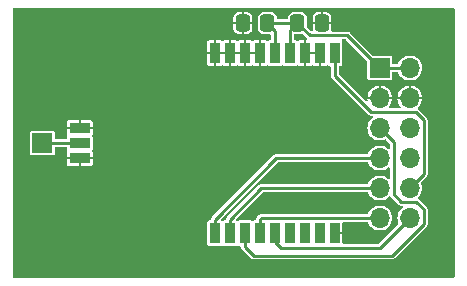
<source format=gbr>
%TF.GenerationSoftware,KiCad,Pcbnew,7.0.1*%
%TF.CreationDate,2023-04-28T09:36:00+02:00*%
%TF.ProjectId,RC_STLP2_ANT,52435f53-544c-4503-925f-414e542e6b69,rev?*%
%TF.SameCoordinates,Original*%
%TF.FileFunction,Copper,L1,Top*%
%TF.FilePolarity,Positive*%
%FSLAX46Y46*%
G04 Gerber Fmt 4.6, Leading zero omitted, Abs format (unit mm)*
G04 Created by KiCad (PCBNEW 7.0.1) date 2023-04-28 09:36:00*
%MOMM*%
%LPD*%
G01*
G04 APERTURE LIST*
G04 Aperture macros list*
%AMRoundRect*
0 Rectangle with rounded corners*
0 $1 Rounding radius*
0 $2 $3 $4 $5 $6 $7 $8 $9 X,Y pos of 4 corners*
0 Add a 4 corners polygon primitive as box body*
4,1,4,$2,$3,$4,$5,$6,$7,$8,$9,$2,$3,0*
0 Add four circle primitives for the rounded corners*
1,1,$1+$1,$2,$3*
1,1,$1+$1,$4,$5*
1,1,$1+$1,$6,$7*
1,1,$1+$1,$8,$9*
0 Add four rect primitives between the rounded corners*
20,1,$1+$1,$2,$3,$4,$5,0*
20,1,$1+$1,$4,$5,$6,$7,0*
20,1,$1+$1,$6,$7,$8,$9,0*
20,1,$1+$1,$8,$9,$2,$3,0*%
G04 Aperture macros list end*
%TA.AperFunction,ComponentPad*%
%ADD10R,1.700000X1.700000*%
%TD*%
%TA.AperFunction,ComponentPad*%
%ADD11O,1.700000X1.700000*%
%TD*%
%TA.AperFunction,SMDPad,CuDef*%
%ADD12R,0.900000X1.800000*%
%TD*%
%TA.AperFunction,SMDPad,CuDef*%
%ADD13R,1.800000X0.900000*%
%TD*%
%TA.AperFunction,SMDPad,CuDef*%
%ADD14RoundRect,0.250000X0.337500X0.475000X-0.337500X0.475000X-0.337500X-0.475000X0.337500X-0.475000X0*%
%TD*%
%TA.AperFunction,SMDPad,CuDef*%
%ADD15RoundRect,0.250000X-0.337500X-0.475000X0.337500X-0.475000X0.337500X0.475000X-0.337500X0.475000X0*%
%TD*%
%TA.AperFunction,ViaPad*%
%ADD16C,0.800000*%
%TD*%
%TA.AperFunction,Conductor*%
%ADD17C,0.250000*%
%TD*%
G04 APERTURE END LIST*
D10*
%TO.P,J1,1,Pin_1*%
%TO.N,VCC*%
X149860000Y-43180000D03*
D11*
%TO.P,J1,2,Pin_2*%
X152400000Y-43180000D03*
%TO.P,J1,3,Pin_3*%
%TO.N,GND*%
X149860000Y-45720000D03*
%TO.P,J1,4,Pin_4*%
X152400000Y-45720000D03*
%TO.P,J1,5,Pin_5*%
%TO.N,SCK*%
X149860000Y-48260000D03*
%TO.P,J1,6,Pin_6*%
%TO.N,unconnected-(J1-Pin_6-Pad6)*%
X152400000Y-48260000D03*
%TO.P,J1,7,Pin_7*%
%TO.N,MISO*%
X149860000Y-50800000D03*
%TO.P,J1,8,Pin_8*%
%TO.N,unconnected-(J1-Pin_8-Pad8)*%
X152400000Y-50800000D03*
%TO.P,J1,9,Pin_9*%
%TO.N,MOSI*%
X149860000Y-53340000D03*
%TO.P,J1,10,Pin_10*%
%TO.N,nRESET*%
X152400000Y-53340000D03*
%TO.P,J1,11,Pin_11*%
%TO.N,nCS*%
X149860000Y-55880000D03*
%TO.P,J1,12,Pin_12*%
%TO.N,IRQ*%
X152400000Y-55880000D03*
%TD*%
D12*
%TO.P,U1,1,MISO*%
%TO.N,MISO*%
X135890000Y-57160000D03*
%TO.P,U1,2,MOSI*%
%TO.N,MOSI*%
X137160000Y-57160000D03*
%TO.P,U1,3,SCLK*%
%TO.N,SCK*%
X138430000Y-57160000D03*
%TO.P,U1,4,~{CS}*%
%TO.N,nCS*%
X139700000Y-57160000D03*
%TO.P,U1,5,GPIO0*%
%TO.N,IRQ*%
X140970000Y-57160000D03*
%TO.P,U1,6,GPIO1*%
%TO.N,unconnected-(U1-GPIO1-Pad6)*%
X142240000Y-57160000D03*
%TO.P,U1,7,GPIO2*%
%TO.N,unconnected-(U1-GPIO2-Pad7)*%
X143510000Y-57160000D03*
%TO.P,U1,8,GPIO3*%
%TO.N,unconnected-(U1-GPIO3-Pad8)*%
X144780000Y-57160000D03*
%TO.P,U1,9,GND*%
%TO.N,GND*%
X146050000Y-57160000D03*
%TO.P,U1,10,SDN*%
%TO.N,nRESET*%
X146050000Y-41910000D03*
%TO.P,U1,11,GND*%
%TO.N,GND*%
X144780000Y-41910000D03*
%TO.P,U1,12,GND*%
X143510000Y-41910000D03*
%TO.P,U1,13,VCC*%
%TO.N,VCC*%
X142240000Y-41910000D03*
%TO.P,U1,14,VCC*%
X140970000Y-41910000D03*
%TO.P,U1,15,GND*%
%TO.N,GND*%
X139700000Y-41910000D03*
%TO.P,U1,16,GND*%
X138430000Y-41910000D03*
%TO.P,U1,17,GND*%
X137160000Y-41910000D03*
%TO.P,U1,18,GND*%
X135890000Y-41910000D03*
D13*
%TO.P,U1,19,GND*%
X124460000Y-48260000D03*
%TO.P,U1,20,ANT*%
%TO.N,Net-(J2-Pin_1)*%
X124460000Y-49530000D03*
%TO.P,U1,21,GND*%
%TO.N,GND*%
X124460000Y-50800000D03*
%TD*%
D14*
%TO.P,C1,1*%
%TO.N,VCC*%
X140335000Y-39370000D03*
%TO.P,C1,2*%
%TO.N,GND*%
X138260000Y-39370000D03*
%TD*%
D15*
%TO.P,C2,1*%
%TO.N,VCC*%
X142875000Y-39370000D03*
%TO.P,C2,2*%
%TO.N,GND*%
X144950000Y-39370000D03*
%TD*%
D10*
%TO.P,J2,1,Pin_1*%
%TO.N,Net-(J2-Pin_1)*%
X121285000Y-49530000D03*
%TD*%
D16*
%TO.N,GND*%
X147320000Y-42545000D03*
X146050000Y-52070000D03*
X146050000Y-54610000D03*
X146050000Y-57150000D03*
%TD*%
D17*
%TO.N,nRESET*%
X152886701Y-46895000D02*
X149130000Y-46895000D01*
X153575000Y-52165000D02*
X153575000Y-47583299D01*
X146050000Y-43815000D02*
X146050000Y-41910000D01*
X149130000Y-46895000D02*
X146050000Y-43815000D01*
X152400000Y-53340000D02*
X153575000Y-52165000D01*
X153575000Y-47583299D02*
X152886701Y-46895000D01*
%TO.N,nCS*%
X139830000Y-55880000D02*
X139700000Y-56010000D01*
X139700000Y-56010000D02*
X139700000Y-57160000D01*
X149860000Y-55880000D02*
X139830000Y-55880000D01*
%TO.N,SCK*%
X153575000Y-55150000D02*
X152940000Y-54515000D01*
X138430000Y-58310000D02*
X139175000Y-59055000D01*
X151035000Y-53880000D02*
X151035000Y-49435000D01*
X151670000Y-54515000D02*
X151035000Y-53880000D01*
X152940000Y-54515000D02*
X151670000Y-54515000D01*
X138430000Y-57160000D02*
X138430000Y-58310000D01*
X151035000Y-49435000D02*
X149860000Y-48260000D01*
X150886701Y-59055000D02*
X153575000Y-56366701D01*
X153575000Y-56366701D02*
X153575000Y-55150000D01*
X139175000Y-59055000D02*
X150886701Y-59055000D01*
%TO.N,MOSI*%
X137160000Y-57160000D02*
X137160000Y-56010000D01*
X137160000Y-56010000D02*
X139830000Y-53340000D01*
X139830000Y-53340000D02*
X149860000Y-53340000D01*
%TO.N,MISO*%
X141100000Y-50800000D02*
X149860000Y-50800000D01*
X135890000Y-56010000D02*
X141100000Y-50800000D01*
X135890000Y-57160000D02*
X135890000Y-56010000D01*
%TO.N,VCC*%
X142240000Y-41910000D02*
X142240000Y-40005000D01*
X140970000Y-40005000D02*
X140335000Y-39370000D01*
X140970000Y-41910000D02*
X140970000Y-40005000D01*
X149860000Y-43180000D02*
X147100000Y-40420000D01*
X143925000Y-40420000D02*
X142875000Y-39370000D01*
X152400000Y-43180000D02*
X149860000Y-43180000D01*
X142240000Y-40005000D02*
X142875000Y-39370000D01*
X142875000Y-39370000D02*
X140335000Y-39370000D01*
X147100000Y-40420000D02*
X143925000Y-40420000D01*
%TO.N,Net-(J2-Pin_1)*%
X124460000Y-49530000D02*
X121285000Y-49530000D01*
%TO.N,IRQ*%
X140970000Y-57890000D02*
X141465000Y-58385000D01*
X149895000Y-58385000D02*
X152400000Y-55880000D01*
X141465000Y-58385000D02*
X149895000Y-58385000D01*
X140970000Y-57160000D02*
X140970000Y-57890000D01*
%TD*%
%TA.AperFunction,Conductor*%
%TO.N,GND*%
G36*
X148828405Y-53674325D02*
G01*
X148861979Y-53699226D01*
X148882284Y-53735765D01*
X148884767Y-53743954D01*
X148959967Y-53884641D01*
X148982315Y-53926450D01*
X149113590Y-54086410D01*
X149273550Y-54217685D01*
X149456046Y-54315232D01*
X149654066Y-54375300D01*
X149860000Y-54395583D01*
X150065934Y-54375300D01*
X150263954Y-54315232D01*
X150446450Y-54217685D01*
X150606410Y-54086410D01*
X150616578Y-54074019D01*
X150654473Y-54045673D01*
X150701196Y-54038155D01*
X150746071Y-54053183D01*
X150778842Y-54087322D01*
X150781806Y-54092455D01*
X150811583Y-54117441D01*
X150817938Y-54123264D01*
X151426730Y-54732056D01*
X151432564Y-54738423D01*
X151457545Y-54768194D01*
X151491215Y-54787633D01*
X151498477Y-54792260D01*
X151530316Y-54814554D01*
X151531765Y-54814942D01*
X151531768Y-54814943D01*
X151555650Y-54824834D01*
X151556955Y-54825588D01*
X151590732Y-54831543D01*
X151595220Y-54832335D01*
X151603647Y-54834203D01*
X151641193Y-54844264D01*
X151679909Y-54840876D01*
X151688537Y-54840500D01*
X151734035Y-54840500D01*
X151791040Y-54858559D01*
X151827248Y-54906148D01*
X151829449Y-54965904D01*
X151796840Y-55016028D01*
X151653590Y-55133590D01*
X151522315Y-55293549D01*
X151424767Y-55476047D01*
X151364699Y-55674066D01*
X151344416Y-55880000D01*
X151364699Y-56085933D01*
X151424767Y-56283955D01*
X151428804Y-56291507D01*
X151440280Y-56331700D01*
X151434146Y-56373046D01*
X151411496Y-56408176D01*
X149789170Y-58030504D01*
X149757052Y-58051964D01*
X149719166Y-58059500D01*
X146799000Y-58059500D01*
X146749500Y-58046237D01*
X146713263Y-58010000D01*
X146700000Y-57960500D01*
X146700000Y-57260001D01*
X146699999Y-57260000D01*
X146049000Y-57260000D01*
X145999500Y-57246737D01*
X145963263Y-57210500D01*
X145950000Y-57161000D01*
X145950000Y-57159000D01*
X145963263Y-57109500D01*
X145999500Y-57073263D01*
X146049000Y-57060000D01*
X146699999Y-57060000D01*
X146700000Y-57059999D01*
X146700000Y-56304500D01*
X146713263Y-56255000D01*
X146749500Y-56218763D01*
X146799000Y-56205500D01*
X148787546Y-56205500D01*
X148828405Y-56214325D01*
X148861979Y-56239226D01*
X148882284Y-56275765D01*
X148884767Y-56283954D01*
X148964461Y-56433048D01*
X148982315Y-56466450D01*
X149113590Y-56626410D01*
X149273550Y-56757685D01*
X149456046Y-56855232D01*
X149654066Y-56915300D01*
X149860000Y-56935583D01*
X150065934Y-56915300D01*
X150263954Y-56855232D01*
X150446450Y-56757685D01*
X150606410Y-56626410D01*
X150737685Y-56466450D01*
X150835232Y-56283954D01*
X150895300Y-56085934D01*
X150915583Y-55880000D01*
X150895300Y-55674066D01*
X150835232Y-55476046D01*
X150737685Y-55293550D01*
X150606410Y-55133590D01*
X150446450Y-55002315D01*
X150263954Y-54904768D01*
X150263953Y-54904767D01*
X150263952Y-54904767D01*
X150065933Y-54844699D01*
X149860000Y-54824416D01*
X149654066Y-54844699D01*
X149456047Y-54904767D01*
X149273549Y-55002315D01*
X149113590Y-55133590D01*
X148982315Y-55293549D01*
X148884767Y-55476045D01*
X148882284Y-55484235D01*
X148861979Y-55520774D01*
X148828405Y-55545675D01*
X148787546Y-55554500D01*
X139848534Y-55554500D01*
X139839906Y-55554123D01*
X139836050Y-55553785D01*
X139801191Y-55550735D01*
X139763649Y-55560794D01*
X139755223Y-55562662D01*
X139716956Y-55569410D01*
X139715645Y-55570168D01*
X139691780Y-55580053D01*
X139690318Y-55580444D01*
X139658484Y-55602734D01*
X139651204Y-55607371D01*
X139617544Y-55626805D01*
X139592569Y-55656569D01*
X139586736Y-55662936D01*
X139482940Y-55766732D01*
X139476574Y-55772565D01*
X139446804Y-55797545D01*
X139427371Y-55831204D01*
X139422734Y-55838484D01*
X139400444Y-55870318D01*
X139400053Y-55871780D01*
X139390168Y-55895645D01*
X139389410Y-55896956D01*
X139382662Y-55935223D01*
X139380794Y-55943648D01*
X139369415Y-55986120D01*
X139349628Y-56024134D01*
X139315628Y-56050224D01*
X139273788Y-56059500D01*
X139230252Y-56059500D01*
X139201010Y-56065316D01*
X139171768Y-56071133D01*
X139120001Y-56105723D01*
X139065000Y-56122407D01*
X139009999Y-56105723D01*
X138958231Y-56071133D01*
X138899748Y-56059500D01*
X137960252Y-56059500D01*
X137931010Y-56065316D01*
X137901768Y-56071133D01*
X137850001Y-56105723D01*
X137795001Y-56122407D01*
X137740001Y-56105724D01*
X137718249Y-56091190D01*
X137711181Y-56086468D01*
X137674718Y-56042039D01*
X137669083Y-55984839D01*
X137696175Y-55934150D01*
X139935830Y-53694496D01*
X139967949Y-53673036D01*
X140005835Y-53665500D01*
X148787546Y-53665500D01*
X148828405Y-53674325D01*
G37*
%TD.AperFunction*%
%TA.AperFunction,Conductor*%
G36*
X148828405Y-51134325D02*
G01*
X148861979Y-51159226D01*
X148882284Y-51195765D01*
X148884767Y-51203954D01*
X148973817Y-51370551D01*
X148982315Y-51386450D01*
X149113590Y-51546410D01*
X149273550Y-51677685D01*
X149456046Y-51775232D01*
X149654065Y-51835299D01*
X149654066Y-51835300D01*
X149859999Y-51855583D01*
X149859999Y-51855582D01*
X149860000Y-51855583D01*
X150065934Y-51835300D01*
X150263954Y-51775232D01*
X150446450Y-51677685D01*
X150547694Y-51594596D01*
X150598381Y-51572869D01*
X150652828Y-51581629D01*
X150694141Y-51618159D01*
X150709500Y-51671124D01*
X150709500Y-52468876D01*
X150694141Y-52521841D01*
X150652828Y-52558371D01*
X150598381Y-52567131D01*
X150547695Y-52545404D01*
X150446450Y-52462315D01*
X150334420Y-52402433D01*
X150263954Y-52364768D01*
X150263953Y-52364767D01*
X150263952Y-52364767D01*
X150065933Y-52304699D01*
X149860000Y-52284416D01*
X149654066Y-52304699D01*
X149456047Y-52364767D01*
X149273549Y-52462315D01*
X149113590Y-52593590D01*
X148982315Y-52753549D01*
X148884767Y-52936045D01*
X148882284Y-52944235D01*
X148861979Y-52980774D01*
X148828405Y-53005675D01*
X148787546Y-53014500D01*
X139848526Y-53014500D01*
X139839898Y-53014123D01*
X139837971Y-53013954D01*
X139801193Y-53010736D01*
X139763656Y-53020794D01*
X139755227Y-53022663D01*
X139716954Y-53029412D01*
X139715645Y-53030168D01*
X139691780Y-53040053D01*
X139690318Y-53040444D01*
X139658484Y-53062734D01*
X139651205Y-53067371D01*
X139617543Y-53086806D01*
X139592573Y-53116564D01*
X139586741Y-53122930D01*
X136942940Y-55766732D01*
X136936574Y-55772565D01*
X136906804Y-55797545D01*
X136887371Y-55831204D01*
X136882734Y-55838484D01*
X136860444Y-55870318D01*
X136860053Y-55871780D01*
X136850168Y-55895645D01*
X136849410Y-55896956D01*
X136842662Y-55935223D01*
X136840794Y-55943648D01*
X136829415Y-55986120D01*
X136809628Y-56024134D01*
X136775628Y-56050224D01*
X136733788Y-56059500D01*
X136690252Y-56059500D01*
X136661010Y-56065316D01*
X136631768Y-56071133D01*
X136580001Y-56105723D01*
X136525001Y-56122407D01*
X136470001Y-56105724D01*
X136448249Y-56091190D01*
X136441181Y-56086468D01*
X136404718Y-56042039D01*
X136399083Y-55984839D01*
X136426175Y-55934150D01*
X141205830Y-51154495D01*
X141237948Y-51133036D01*
X141275834Y-51125500D01*
X148787546Y-51125500D01*
X148828405Y-51134325D01*
G37*
%TD.AperFunction*%
%TA.AperFunction,Conductor*%
G36*
X156135000Y-38138763D02*
G01*
X156171237Y-38175000D01*
X156184500Y-38224500D01*
X156184500Y-60835500D01*
X156171237Y-60885000D01*
X156135000Y-60921237D01*
X156085500Y-60934500D01*
X118869500Y-60934500D01*
X118820000Y-60921237D01*
X118783763Y-60885000D01*
X118770500Y-60835500D01*
X118770500Y-58079747D01*
X135239500Y-58079747D01*
X135251133Y-58138231D01*
X135295447Y-58204552D01*
X135309999Y-58214275D01*
X135361769Y-58248867D01*
X135420252Y-58260500D01*
X136359747Y-58260500D01*
X136359748Y-58260500D01*
X136418231Y-58248867D01*
X136469997Y-58214277D01*
X136525000Y-58197592D01*
X136580002Y-58214277D01*
X136631769Y-58248867D01*
X136690252Y-58260500D01*
X137629747Y-58260500D01*
X137629748Y-58260500D01*
X137688231Y-58248867D01*
X137739997Y-58214277D01*
X137795000Y-58197592D01*
X137850002Y-58214277D01*
X137901769Y-58248867D01*
X137960252Y-58260500D01*
X138003788Y-58260500D01*
X138045627Y-58269776D01*
X138079627Y-58295864D01*
X138099415Y-58333878D01*
X138110795Y-58376350D01*
X138112663Y-58384778D01*
X138119411Y-58423042D01*
X138119412Y-58423045D01*
X138120166Y-58424352D01*
X138130055Y-58448225D01*
X138130446Y-58449685D01*
X138152732Y-58481514D01*
X138157370Y-58488794D01*
X138176803Y-58522452D01*
X138176805Y-58522454D01*
X138176806Y-58522455D01*
X138206583Y-58547441D01*
X138212938Y-58553264D01*
X138931730Y-59272056D01*
X138937564Y-59278423D01*
X138962545Y-59308194D01*
X138996215Y-59327633D01*
X139003477Y-59332260D01*
X139035316Y-59354554D01*
X139036761Y-59354941D01*
X139036768Y-59354943D01*
X139060650Y-59364834D01*
X139061955Y-59365588D01*
X139061956Y-59365588D01*
X139061958Y-59365589D01*
X139087029Y-59370008D01*
X139100228Y-59372336D01*
X139108638Y-59374199D01*
X139146193Y-59384263D01*
X139146193Y-59384262D01*
X139146194Y-59384263D01*
X139168978Y-59382269D01*
X139184897Y-59380876D01*
X139193525Y-59380500D01*
X150868167Y-59380500D01*
X150876794Y-59380876D01*
X150890058Y-59382037D01*
X150915506Y-59384264D01*
X150915506Y-59384263D01*
X150915508Y-59384264D01*
X150953060Y-59374201D01*
X150961478Y-59372335D01*
X150999746Y-59365588D01*
X151001047Y-59364836D01*
X151024933Y-59354942D01*
X151026385Y-59354554D01*
X151058230Y-59332254D01*
X151065486Y-59327632D01*
X151099156Y-59308194D01*
X151124143Y-59278414D01*
X151129955Y-59272070D01*
X153792066Y-56609959D01*
X153798410Y-56604145D01*
X153828194Y-56579156D01*
X153847632Y-56545486D01*
X153852254Y-56538230D01*
X153874554Y-56506385D01*
X153874942Y-56504933D01*
X153884838Y-56481044D01*
X153885588Y-56479746D01*
X153892335Y-56441478D01*
X153894201Y-56433060D01*
X153904264Y-56395508D01*
X153900876Y-56356794D01*
X153900500Y-56348167D01*
X153900500Y-55168534D01*
X153900877Y-55159904D01*
X153904264Y-55121193D01*
X153894205Y-55083655D01*
X153892335Y-55075220D01*
X153891543Y-55070732D01*
X153885588Y-55036955D01*
X153884834Y-55035650D01*
X153874943Y-55011768D01*
X153874942Y-55011765D01*
X153874554Y-55010316D01*
X153852260Y-54978477D01*
X153847633Y-54971215D01*
X153828194Y-54937545D01*
X153798428Y-54912568D01*
X153792060Y-54906734D01*
X153183268Y-54297942D01*
X153177434Y-54291574D01*
X153152456Y-54261806D01*
X153147323Y-54258843D01*
X153113183Y-54226071D01*
X153098155Y-54181196D01*
X153105673Y-54134473D01*
X153134020Y-54096578D01*
X153146410Y-54086410D01*
X153277685Y-53926450D01*
X153375232Y-53743954D01*
X153435300Y-53545934D01*
X153455583Y-53340000D01*
X153435300Y-53134066D01*
X153375232Y-52936046D01*
X153371196Y-52928495D01*
X153359718Y-52888301D01*
X153365851Y-52846953D01*
X153388500Y-52811824D01*
X153792066Y-52408258D01*
X153798410Y-52402444D01*
X153828194Y-52377455D01*
X153847632Y-52343785D01*
X153852254Y-52336529D01*
X153874554Y-52304684D01*
X153874942Y-52303232D01*
X153884838Y-52279343D01*
X153885588Y-52278045D01*
X153892335Y-52239777D01*
X153894201Y-52231359D01*
X153904264Y-52193807D01*
X153900876Y-52155093D01*
X153900500Y-52146466D01*
X153900500Y-47601833D01*
X153900877Y-47593203D01*
X153904264Y-47554492D01*
X153894205Y-47516954D01*
X153892335Y-47508519D01*
X153891543Y-47504031D01*
X153885588Y-47470254D01*
X153884834Y-47468949D01*
X153874943Y-47445067D01*
X153874942Y-47445064D01*
X153874554Y-47443615D01*
X153852260Y-47411776D01*
X153847633Y-47404514D01*
X153828194Y-47370844D01*
X153798428Y-47345867D01*
X153792060Y-47340033D01*
X153129969Y-46677942D01*
X153124134Y-46671573D01*
X153095282Y-46637188D01*
X153073563Y-46590389D01*
X153078341Y-46539016D01*
X153108317Y-46497024D01*
X153146055Y-46466053D01*
X153277269Y-46306170D01*
X153374768Y-46123763D01*
X153434808Y-45925835D01*
X153445232Y-45820000D01*
X151354767Y-45820000D01*
X151365191Y-45925835D01*
X151425231Y-46123763D01*
X151522730Y-46306170D01*
X151606050Y-46407695D01*
X151627777Y-46458381D01*
X151619017Y-46512828D01*
X151582487Y-46554140D01*
X151529522Y-46569500D01*
X150730478Y-46569500D01*
X150677513Y-46554140D01*
X150640983Y-46512828D01*
X150632223Y-46458381D01*
X150653950Y-46407695D01*
X150737269Y-46306170D01*
X150834768Y-46123763D01*
X150894808Y-45925835D01*
X150905232Y-45820000D01*
X148814767Y-45820000D01*
X148820361Y-45876801D01*
X148807976Y-45935301D01*
X148764166Y-45975999D01*
X148704913Y-45984046D01*
X148651834Y-45956508D01*
X148315325Y-45619999D01*
X148814767Y-45619999D01*
X148814768Y-45620000D01*
X149759999Y-45620000D01*
X149760000Y-45619999D01*
X149760000Y-44674768D01*
X149759999Y-44674767D01*
X149960000Y-44674767D01*
X149960000Y-45619999D01*
X149960001Y-45620000D01*
X150905232Y-45620000D01*
X150905232Y-45619999D01*
X151354767Y-45619999D01*
X151354768Y-45620000D01*
X152299999Y-45620000D01*
X152300000Y-45619999D01*
X152300000Y-44674768D01*
X152299999Y-44674767D01*
X152500000Y-44674767D01*
X152500000Y-45619999D01*
X152500001Y-45620000D01*
X153445232Y-45620000D01*
X153445232Y-45619999D01*
X153434808Y-45514164D01*
X153374768Y-45316236D01*
X153277269Y-45133829D01*
X153146054Y-44973945D01*
X152986170Y-44842730D01*
X152803763Y-44745231D01*
X152605835Y-44685191D01*
X152500000Y-44674767D01*
X152299999Y-44674767D01*
X152194164Y-44685191D01*
X151996236Y-44745231D01*
X151813829Y-44842730D01*
X151653945Y-44973945D01*
X151522730Y-45133829D01*
X151425231Y-45316236D01*
X151365191Y-45514164D01*
X151354767Y-45619999D01*
X150905232Y-45619999D01*
X150894808Y-45514164D01*
X150834768Y-45316236D01*
X150737269Y-45133829D01*
X150606054Y-44973945D01*
X150446170Y-44842730D01*
X150263763Y-44745231D01*
X150065835Y-44685191D01*
X149960000Y-44674767D01*
X149759999Y-44674767D01*
X149654164Y-44685191D01*
X149456236Y-44745231D01*
X149273829Y-44842730D01*
X149113945Y-44973945D01*
X148982730Y-45133829D01*
X148885231Y-45316236D01*
X148825191Y-45514164D01*
X148814767Y-45619999D01*
X148315325Y-45619999D01*
X146404496Y-43709170D01*
X146383036Y-43677052D01*
X146375500Y-43639166D01*
X146375500Y-43109500D01*
X146388763Y-43060000D01*
X146425000Y-43023763D01*
X146474500Y-43010500D01*
X146519747Y-43010500D01*
X146519748Y-43010500D01*
X146578231Y-42998867D01*
X146644552Y-42954552D01*
X146688867Y-42888231D01*
X146700500Y-42829748D01*
X146700500Y-40990252D01*
X146688867Y-40931769D01*
X146667307Y-40899502D01*
X146650741Y-40849358D01*
X146662312Y-40797832D01*
X146698726Y-40759585D01*
X146749622Y-40745500D01*
X146924166Y-40745500D01*
X146962052Y-40753036D01*
X146994170Y-40774496D01*
X148780504Y-42560831D01*
X148801964Y-42592949D01*
X148809500Y-42630835D01*
X148809500Y-44049748D01*
X148811079Y-44057684D01*
X148821133Y-44108231D01*
X148865447Y-44174552D01*
X148909762Y-44204162D01*
X148931769Y-44218867D01*
X148990252Y-44230500D01*
X150729747Y-44230500D01*
X150729748Y-44230500D01*
X150788231Y-44218867D01*
X150854552Y-44174552D01*
X150898867Y-44108231D01*
X150910500Y-44049748D01*
X150910500Y-43604500D01*
X150923763Y-43555000D01*
X150960000Y-43518763D01*
X151009500Y-43505500D01*
X151327546Y-43505500D01*
X151368405Y-43514325D01*
X151401979Y-43539226D01*
X151422284Y-43575765D01*
X151424767Y-43583954D01*
X151474530Y-43677052D01*
X151522315Y-43766450D01*
X151653590Y-43926410D01*
X151813550Y-44057685D01*
X151996046Y-44155232D01*
X152194066Y-44215300D01*
X152400000Y-44235583D01*
X152605934Y-44215300D01*
X152803954Y-44155232D01*
X152986450Y-44057685D01*
X153146410Y-43926410D01*
X153277685Y-43766450D01*
X153375232Y-43583954D01*
X153435300Y-43385934D01*
X153455583Y-43180000D01*
X153438888Y-43010500D01*
X153435300Y-42974066D01*
X153411018Y-42894018D01*
X153375232Y-42776046D01*
X153277685Y-42593550D01*
X153146410Y-42433590D01*
X152986450Y-42302315D01*
X152803954Y-42204768D01*
X152803953Y-42204767D01*
X152803952Y-42204767D01*
X152605933Y-42144699D01*
X152400000Y-42124416D01*
X152194066Y-42144699D01*
X151996047Y-42204767D01*
X151813549Y-42302315D01*
X151653590Y-42433590D01*
X151522315Y-42593549D01*
X151424767Y-42776045D01*
X151422284Y-42784235D01*
X151401979Y-42820774D01*
X151368405Y-42845675D01*
X151327546Y-42854500D01*
X151009500Y-42854500D01*
X150960000Y-42841237D01*
X150923763Y-42805000D01*
X150910500Y-42755500D01*
X150910500Y-42310253D01*
X150908921Y-42302315D01*
X150898867Y-42251769D01*
X150884162Y-42229762D01*
X150854552Y-42185447D01*
X150788231Y-42141133D01*
X150788230Y-42141132D01*
X150729748Y-42129500D01*
X150729747Y-42129500D01*
X149310835Y-42129500D01*
X149272949Y-42121964D01*
X149240831Y-42100504D01*
X147343268Y-40202942D01*
X147337434Y-40196574D01*
X147316201Y-40171271D01*
X147312455Y-40166806D01*
X147312454Y-40166805D01*
X147278794Y-40147370D01*
X147271514Y-40142732D01*
X147239685Y-40120446D01*
X147238225Y-40120055D01*
X147214352Y-40110166D01*
X147213045Y-40109412D01*
X147213043Y-40109411D01*
X147213042Y-40109411D01*
X147174778Y-40102663D01*
X147166350Y-40100795D01*
X147128807Y-40090735D01*
X147093330Y-40093839D01*
X147090093Y-40094123D01*
X147081466Y-40094500D01*
X145816477Y-40094500D01*
X145771038Y-40083456D01*
X145735737Y-40052789D01*
X145718449Y-40009340D01*
X145723032Y-39962803D01*
X145734649Y-39929601D01*
X145737500Y-39899208D01*
X145737500Y-39470001D01*
X145737499Y-39470000D01*
X144162502Y-39470000D01*
X144162501Y-39470001D01*
X144162501Y-39899200D01*
X144165351Y-39929604D01*
X144167649Y-39936172D01*
X144171192Y-39988728D01*
X144147277Y-40035662D01*
X144102676Y-40063686D01*
X144050014Y-40064868D01*
X144004200Y-40038873D01*
X143691996Y-39726669D01*
X143670536Y-39694551D01*
X143663000Y-39656665D01*
X143663000Y-39269999D01*
X144162500Y-39269999D01*
X144162501Y-39270000D01*
X144849999Y-39270000D01*
X144850000Y-39269999D01*
X145050000Y-39269999D01*
X145050001Y-39270000D01*
X145737498Y-39270000D01*
X145737499Y-39269999D01*
X145737499Y-38840800D01*
X145734648Y-38810395D01*
X145689845Y-38682354D01*
X145609291Y-38573208D01*
X145500145Y-38492654D01*
X145372101Y-38447850D01*
X145341708Y-38445000D01*
X145050001Y-38445000D01*
X145050000Y-38445001D01*
X145050000Y-39269999D01*
X144850000Y-39269999D01*
X144850000Y-38445002D01*
X144849999Y-38445001D01*
X144558300Y-38445001D01*
X144527895Y-38447851D01*
X144399854Y-38492654D01*
X144290708Y-38573208D01*
X144210154Y-38682354D01*
X144165350Y-38810398D01*
X144162500Y-38840792D01*
X144162500Y-39269999D01*
X143663000Y-39269999D01*
X143663000Y-38840730D01*
X143660146Y-38810304D01*
X143660146Y-38810301D01*
X143615293Y-38682118D01*
X143534650Y-38572850D01*
X143425382Y-38492207D01*
X143297199Y-38447354D01*
X143297197Y-38447353D01*
X143297195Y-38447353D01*
X143266770Y-38444500D01*
X143266766Y-38444500D01*
X142483234Y-38444500D01*
X142483230Y-38444500D01*
X142452804Y-38447353D01*
X142452801Y-38447353D01*
X142452801Y-38447354D01*
X142324618Y-38492207D01*
X142324617Y-38492207D01*
X142324616Y-38492208D01*
X142324012Y-38492654D01*
X142215350Y-38572850D01*
X142134707Y-38682118D01*
X142089854Y-38810301D01*
X142089853Y-38810304D01*
X142087000Y-38840730D01*
X142087000Y-38945500D01*
X142073737Y-38995000D01*
X142037500Y-39031237D01*
X141988000Y-39044500D01*
X141222000Y-39044500D01*
X141172500Y-39031237D01*
X141136263Y-38995000D01*
X141123000Y-38945500D01*
X141123000Y-38840730D01*
X141120146Y-38810304D01*
X141120146Y-38810301D01*
X141075293Y-38682118D01*
X140994650Y-38572850D01*
X140885382Y-38492207D01*
X140757199Y-38447354D01*
X140757197Y-38447353D01*
X140757195Y-38447353D01*
X140726770Y-38444500D01*
X140726766Y-38444500D01*
X139943234Y-38444500D01*
X139943230Y-38444500D01*
X139912804Y-38447353D01*
X139912801Y-38447353D01*
X139912801Y-38447354D01*
X139784618Y-38492207D01*
X139784617Y-38492207D01*
X139784616Y-38492208D01*
X139784012Y-38492654D01*
X139675350Y-38572850D01*
X139594707Y-38682118D01*
X139549854Y-38810301D01*
X139549853Y-38810304D01*
X139547000Y-38840730D01*
X139547000Y-39899270D01*
X139549853Y-39929695D01*
X139549853Y-39929697D01*
X139549854Y-39929699D01*
X139594707Y-40057882D01*
X139675350Y-40167150D01*
X139784618Y-40247793D01*
X139912801Y-40292646D01*
X139925843Y-40293869D01*
X139943230Y-40295500D01*
X139943234Y-40295500D01*
X140545500Y-40295500D01*
X140595000Y-40308763D01*
X140631237Y-40345000D01*
X140644500Y-40394500D01*
X140644500Y-40710500D01*
X140631237Y-40760000D01*
X140595000Y-40796237D01*
X140545500Y-40809500D01*
X140500252Y-40809500D01*
X140471010Y-40815316D01*
X140441768Y-40821133D01*
X140389551Y-40856024D01*
X140334550Y-40872708D01*
X140279549Y-40856023D01*
X140228038Y-40821604D01*
X140169697Y-40810000D01*
X139800001Y-40810000D01*
X139800000Y-40810001D01*
X139800000Y-43009999D01*
X139800001Y-43010000D01*
X140169697Y-43010000D01*
X140228036Y-42998395D01*
X140279548Y-42963976D01*
X140334550Y-42947291D01*
X140389551Y-42963975D01*
X140441769Y-42998867D01*
X140500252Y-43010500D01*
X141439747Y-43010500D01*
X141439748Y-43010500D01*
X141498231Y-42998867D01*
X141549997Y-42964277D01*
X141605000Y-42947592D01*
X141660002Y-42964277D01*
X141711769Y-42998867D01*
X141770252Y-43010500D01*
X142709747Y-43010500D01*
X142709748Y-43010500D01*
X142768231Y-42998867D01*
X142820450Y-42963974D01*
X142875448Y-42947291D01*
X142930451Y-42963976D01*
X142981963Y-42998395D01*
X143040303Y-43010000D01*
X143409999Y-43010000D01*
X143410000Y-43009999D01*
X143610000Y-43009999D01*
X143610001Y-43010000D01*
X143979697Y-43010000D01*
X144038036Y-42998395D01*
X144089998Y-42963676D01*
X144145000Y-42946991D01*
X144200002Y-42963676D01*
X144251963Y-42998395D01*
X144310303Y-43010000D01*
X144679999Y-43010000D01*
X144680000Y-43009999D01*
X144680000Y-42010001D01*
X144679999Y-42010000D01*
X143610001Y-42010000D01*
X143610000Y-42010001D01*
X143610000Y-43009999D01*
X143410000Y-43009999D01*
X143410000Y-40810001D01*
X143409999Y-40810000D01*
X143040303Y-40810000D01*
X142981963Y-40821604D01*
X142930450Y-40856024D01*
X142875448Y-40872708D01*
X142820447Y-40856023D01*
X142768231Y-40821133D01*
X142709748Y-40809500D01*
X142709747Y-40809500D01*
X142664500Y-40809500D01*
X142615000Y-40796237D01*
X142578763Y-40760000D01*
X142565500Y-40710500D01*
X142565500Y-40394500D01*
X142578763Y-40345000D01*
X142615000Y-40308763D01*
X142664500Y-40295500D01*
X143266770Y-40295500D01*
X143287539Y-40293552D01*
X143330353Y-40298984D01*
X143366788Y-40322115D01*
X143681741Y-40637068D01*
X143687575Y-40643436D01*
X143690871Y-40647364D01*
X143713186Y-40698078D01*
X143704758Y-40752839D01*
X143668226Y-40794496D01*
X143615033Y-40810000D01*
X143610001Y-40810000D01*
X143610000Y-40810001D01*
X143610000Y-41809999D01*
X143610001Y-41810000D01*
X144781000Y-41810000D01*
X144830500Y-41823263D01*
X144866737Y-41859500D01*
X144880000Y-41909000D01*
X144880000Y-43009999D01*
X144880001Y-43010000D01*
X145249697Y-43010000D01*
X145308036Y-42998395D01*
X145359548Y-42963976D01*
X145414550Y-42947291D01*
X145469551Y-42963975D01*
X145521769Y-42998867D01*
X145580252Y-43010500D01*
X145625500Y-43010500D01*
X145675000Y-43023763D01*
X145711237Y-43060000D01*
X145724500Y-43109500D01*
X145724500Y-43796466D01*
X145724123Y-43805096D01*
X145720735Y-43843807D01*
X145730795Y-43881350D01*
X145732663Y-43889778D01*
X145739411Y-43928042D01*
X145739412Y-43928045D01*
X145740166Y-43929352D01*
X145750055Y-43953225D01*
X145750446Y-43954685D01*
X145772732Y-43986514D01*
X145777370Y-43993794D01*
X145796803Y-44027452D01*
X145796805Y-44027454D01*
X145796806Y-44027455D01*
X145826583Y-44052441D01*
X145832938Y-44058264D01*
X148886730Y-47112056D01*
X148892564Y-47118423D01*
X148917545Y-47148194D01*
X148951215Y-47167633D01*
X148958477Y-47172260D01*
X148990316Y-47194554D01*
X148991765Y-47194942D01*
X148991768Y-47194943D01*
X149015650Y-47204834D01*
X149016955Y-47205588D01*
X149050732Y-47211543D01*
X149055220Y-47212335D01*
X149063647Y-47214203D01*
X149101193Y-47224264D01*
X149139909Y-47220876D01*
X149148537Y-47220500D01*
X149194035Y-47220500D01*
X149251040Y-47238559D01*
X149287248Y-47286148D01*
X149289449Y-47345904D01*
X149256840Y-47396028D01*
X149113590Y-47513590D01*
X148982315Y-47673549D01*
X148884767Y-47856047D01*
X148824699Y-48054066D01*
X148804416Y-48259999D01*
X148824699Y-48465933D01*
X148883645Y-48660252D01*
X148884768Y-48663954D01*
X148982315Y-48846450D01*
X149113590Y-49006410D01*
X149273550Y-49137685D01*
X149456046Y-49235232D01*
X149654066Y-49295300D01*
X149860000Y-49315583D01*
X150065934Y-49295300D01*
X150263954Y-49235232D01*
X150271503Y-49231196D01*
X150311693Y-49219718D01*
X150353043Y-49225851D01*
X150388176Y-49248502D01*
X150680504Y-49540830D01*
X150701964Y-49572948D01*
X150709500Y-49610834D01*
X150709500Y-49928876D01*
X150694141Y-49981841D01*
X150652828Y-50018371D01*
X150598381Y-50027131D01*
X150547695Y-50005404D01*
X150446450Y-49922315D01*
X150263952Y-49824767D01*
X150065933Y-49764699D01*
X149859999Y-49744416D01*
X149654066Y-49764699D01*
X149456047Y-49824767D01*
X149273549Y-49922315D01*
X149113590Y-50053590D01*
X148982315Y-50213549D01*
X148884767Y-50396045D01*
X148882284Y-50404235D01*
X148861979Y-50440774D01*
X148828405Y-50465675D01*
X148787546Y-50474500D01*
X141118534Y-50474500D01*
X141109906Y-50474123D01*
X141106050Y-50473785D01*
X141071191Y-50470735D01*
X141033649Y-50480794D01*
X141025223Y-50482662D01*
X140986956Y-50489410D01*
X140985645Y-50490168D01*
X140961780Y-50500053D01*
X140960318Y-50500444D01*
X140928484Y-50522734D01*
X140921204Y-50527371D01*
X140887544Y-50546805D01*
X140862569Y-50576569D01*
X140856736Y-50582936D01*
X135672940Y-55766732D01*
X135666574Y-55772565D01*
X135636804Y-55797545D01*
X135617371Y-55831204D01*
X135612734Y-55838484D01*
X135590444Y-55870318D01*
X135590053Y-55871780D01*
X135580168Y-55895645D01*
X135579410Y-55896956D01*
X135572662Y-55935223D01*
X135570794Y-55943648D01*
X135559415Y-55986120D01*
X135539628Y-56024134D01*
X135505628Y-56050224D01*
X135463788Y-56059500D01*
X135420252Y-56059500D01*
X135391010Y-56065316D01*
X135361768Y-56071133D01*
X135295447Y-56115447D01*
X135251133Y-56181768D01*
X135239500Y-56240253D01*
X135239500Y-58079747D01*
X118770500Y-58079747D01*
X118770500Y-51269697D01*
X123360000Y-51269697D01*
X123371604Y-51328036D01*
X123415807Y-51394192D01*
X123481963Y-51438395D01*
X123540303Y-51450000D01*
X124359999Y-51450000D01*
X124360000Y-51449999D01*
X124560000Y-51449999D01*
X124560001Y-51450000D01*
X125379697Y-51450000D01*
X125438036Y-51438395D01*
X125504192Y-51394192D01*
X125548395Y-51328036D01*
X125560000Y-51269697D01*
X125560000Y-50900001D01*
X125559999Y-50900000D01*
X124560001Y-50900000D01*
X124560000Y-50900001D01*
X124560000Y-51449999D01*
X124360000Y-51449999D01*
X124360000Y-50900001D01*
X124359999Y-50900000D01*
X123360001Y-50900000D01*
X123360000Y-50900001D01*
X123360000Y-51269697D01*
X118770500Y-51269697D01*
X118770500Y-50399747D01*
X120234500Y-50399747D01*
X120246133Y-50458231D01*
X120290447Y-50524552D01*
X120323751Y-50546805D01*
X120356769Y-50568867D01*
X120415252Y-50580500D01*
X122154747Y-50580500D01*
X122154748Y-50580500D01*
X122213231Y-50568867D01*
X122279552Y-50524552D01*
X122323867Y-50458231D01*
X122335500Y-50399748D01*
X122335500Y-49954500D01*
X122348763Y-49905000D01*
X122385000Y-49868763D01*
X122434500Y-49855500D01*
X123260500Y-49855500D01*
X123310000Y-49868763D01*
X123346237Y-49905000D01*
X123359500Y-49954500D01*
X123359500Y-49999747D01*
X123371133Y-50058231D01*
X123406023Y-50110447D01*
X123422708Y-50165448D01*
X123406024Y-50220450D01*
X123371604Y-50271963D01*
X123360000Y-50330303D01*
X123360000Y-50699999D01*
X123360001Y-50700000D01*
X125559999Y-50700000D01*
X125560000Y-50699999D01*
X125560000Y-50330303D01*
X125548395Y-50271963D01*
X125513976Y-50220451D01*
X125497291Y-50165448D01*
X125513974Y-50110450D01*
X125548867Y-50058231D01*
X125560500Y-49999748D01*
X125560500Y-49060252D01*
X125548867Y-49001769D01*
X125513975Y-48949551D01*
X125497291Y-48894550D01*
X125513976Y-48839548D01*
X125548395Y-48788036D01*
X125560000Y-48729697D01*
X125560000Y-48360001D01*
X125559999Y-48360000D01*
X123360001Y-48360000D01*
X123360000Y-48360001D01*
X123360000Y-48729697D01*
X123371604Y-48788038D01*
X123406023Y-48839549D01*
X123422708Y-48894550D01*
X123406024Y-48949551D01*
X123371133Y-49001768D01*
X123359500Y-49060253D01*
X123359500Y-49105500D01*
X123346237Y-49155000D01*
X123310000Y-49191237D01*
X123260500Y-49204500D01*
X122434500Y-49204500D01*
X122385000Y-49191237D01*
X122348763Y-49155000D01*
X122335500Y-49105500D01*
X122335500Y-48660253D01*
X122335500Y-48660252D01*
X122323867Y-48601769D01*
X122309162Y-48579762D01*
X122279552Y-48535447D01*
X122213231Y-48491133D01*
X122154748Y-48479500D01*
X120415252Y-48479500D01*
X120386010Y-48485316D01*
X120356768Y-48491133D01*
X120290447Y-48535447D01*
X120246133Y-48601768D01*
X120234500Y-48660253D01*
X120234500Y-50399747D01*
X118770500Y-50399747D01*
X118770500Y-48159999D01*
X123360000Y-48159999D01*
X123360001Y-48160000D01*
X124359999Y-48160000D01*
X124360000Y-48159999D01*
X124560000Y-48159999D01*
X124560001Y-48160000D01*
X125559999Y-48160000D01*
X125560000Y-48159999D01*
X125560000Y-47790303D01*
X125548395Y-47731963D01*
X125504192Y-47665807D01*
X125438036Y-47621604D01*
X125379697Y-47610000D01*
X124560001Y-47610000D01*
X124560000Y-47610001D01*
X124560000Y-48159999D01*
X124360000Y-48159999D01*
X124360000Y-47610001D01*
X124359999Y-47610000D01*
X123540303Y-47610000D01*
X123481963Y-47621604D01*
X123415807Y-47665807D01*
X123371604Y-47731963D01*
X123360000Y-47790303D01*
X123360000Y-48159999D01*
X118770500Y-48159999D01*
X118770500Y-42829697D01*
X135240000Y-42829697D01*
X135251604Y-42888036D01*
X135295807Y-42954192D01*
X135361963Y-42998395D01*
X135420303Y-43010000D01*
X135789999Y-43010000D01*
X135790000Y-43009999D01*
X135990000Y-43009999D01*
X135990001Y-43010000D01*
X136359697Y-43010000D01*
X136418036Y-42998395D01*
X136469998Y-42963676D01*
X136525000Y-42946991D01*
X136580002Y-42963676D01*
X136631963Y-42998395D01*
X136690303Y-43010000D01*
X137059999Y-43010000D01*
X137060000Y-43009999D01*
X137260000Y-43009999D01*
X137260001Y-43010000D01*
X137629697Y-43010000D01*
X137688036Y-42998395D01*
X137739998Y-42963676D01*
X137795000Y-42946991D01*
X137850002Y-42963676D01*
X137901963Y-42998395D01*
X137960303Y-43010000D01*
X138329999Y-43010000D01*
X138330000Y-43009999D01*
X138530000Y-43009999D01*
X138530001Y-43010000D01*
X138899697Y-43010000D01*
X138958036Y-42998395D01*
X139009998Y-42963676D01*
X139065000Y-42946991D01*
X139120002Y-42963676D01*
X139171963Y-42998395D01*
X139230303Y-43010000D01*
X139599999Y-43010000D01*
X139600000Y-43009999D01*
X139600000Y-42010001D01*
X139599999Y-42010000D01*
X138530001Y-42010000D01*
X138530000Y-42010001D01*
X138530000Y-43009999D01*
X138330000Y-43009999D01*
X138330000Y-42010001D01*
X138329999Y-42010000D01*
X137260001Y-42010000D01*
X137260000Y-42010001D01*
X137260000Y-43009999D01*
X137060000Y-43009999D01*
X137060000Y-42010001D01*
X137059999Y-42010000D01*
X135990001Y-42010000D01*
X135990000Y-42010001D01*
X135990000Y-43009999D01*
X135790000Y-43009999D01*
X135790000Y-42010001D01*
X135789999Y-42010000D01*
X135240001Y-42010000D01*
X135240000Y-42010001D01*
X135240000Y-42829697D01*
X118770500Y-42829697D01*
X118770500Y-41809999D01*
X135240000Y-41809999D01*
X135240001Y-41810000D01*
X135789999Y-41810000D01*
X135790000Y-41809999D01*
X135990000Y-41809999D01*
X135990001Y-41810000D01*
X137059999Y-41810000D01*
X137060000Y-41809999D01*
X137260000Y-41809999D01*
X137260001Y-41810000D01*
X138329999Y-41810000D01*
X138330000Y-41809999D01*
X138530000Y-41809999D01*
X138530001Y-41810000D01*
X139599999Y-41810000D01*
X139600000Y-41809999D01*
X139600000Y-40810001D01*
X139599999Y-40810000D01*
X139230303Y-40810000D01*
X139171963Y-40821604D01*
X139120001Y-40856324D01*
X139065000Y-40873008D01*
X139009999Y-40856324D01*
X138958036Y-40821604D01*
X138899697Y-40810000D01*
X138530001Y-40810000D01*
X138530000Y-40810001D01*
X138530000Y-41809999D01*
X138330000Y-41809999D01*
X138330000Y-40810001D01*
X138329999Y-40810000D01*
X137960303Y-40810000D01*
X137901963Y-40821604D01*
X137850001Y-40856324D01*
X137795000Y-40873008D01*
X137739999Y-40856324D01*
X137688036Y-40821604D01*
X137629697Y-40810000D01*
X137260001Y-40810000D01*
X137260000Y-40810001D01*
X137260000Y-41809999D01*
X137060000Y-41809999D01*
X137060000Y-40810001D01*
X137059999Y-40810000D01*
X136690303Y-40810000D01*
X136631963Y-40821604D01*
X136580001Y-40856324D01*
X136525000Y-40873008D01*
X136469999Y-40856324D01*
X136418036Y-40821604D01*
X136359697Y-40810000D01*
X135990001Y-40810000D01*
X135990000Y-40810001D01*
X135990000Y-41809999D01*
X135790000Y-41809999D01*
X135790000Y-40810001D01*
X135789999Y-40810000D01*
X135420303Y-40810000D01*
X135361963Y-40821604D01*
X135295807Y-40865807D01*
X135251604Y-40931963D01*
X135240000Y-40990303D01*
X135240000Y-41809999D01*
X118770500Y-41809999D01*
X118770500Y-39899200D01*
X137472501Y-39899200D01*
X137475351Y-39929604D01*
X137520154Y-40057645D01*
X137600708Y-40166791D01*
X137709854Y-40247345D01*
X137837898Y-40292149D01*
X137868292Y-40295000D01*
X138159999Y-40295000D01*
X138160000Y-40294999D01*
X138160000Y-40294998D01*
X138360000Y-40294998D01*
X138360001Y-40294999D01*
X138651700Y-40294999D01*
X138682104Y-40292148D01*
X138810145Y-40247345D01*
X138919291Y-40166791D01*
X138999845Y-40057645D01*
X139044649Y-39929601D01*
X139047500Y-39899208D01*
X139047500Y-39470001D01*
X139047499Y-39470000D01*
X138360001Y-39470000D01*
X138360000Y-39470001D01*
X138360000Y-40294998D01*
X138160000Y-40294998D01*
X138160000Y-39470001D01*
X138159999Y-39470000D01*
X137472502Y-39470000D01*
X137472501Y-39470001D01*
X137472501Y-39899200D01*
X118770500Y-39899200D01*
X118770500Y-39269999D01*
X137472500Y-39269999D01*
X137472501Y-39270000D01*
X138159999Y-39270000D01*
X138160000Y-39269999D01*
X138360000Y-39269999D01*
X138360001Y-39270000D01*
X139047498Y-39270000D01*
X139047499Y-39269999D01*
X139047499Y-38840800D01*
X139044648Y-38810395D01*
X138999845Y-38682354D01*
X138919291Y-38573208D01*
X138810145Y-38492654D01*
X138682101Y-38447850D01*
X138651708Y-38445000D01*
X138360001Y-38445000D01*
X138360000Y-38445001D01*
X138360000Y-39269999D01*
X138160000Y-39269999D01*
X138160000Y-38445002D01*
X138159999Y-38445001D01*
X137868300Y-38445001D01*
X137837895Y-38447851D01*
X137709854Y-38492654D01*
X137600708Y-38573208D01*
X137520154Y-38682354D01*
X137475350Y-38810398D01*
X137472500Y-38840792D01*
X137472500Y-39269999D01*
X118770500Y-39269999D01*
X118770500Y-38224500D01*
X118783763Y-38175000D01*
X118820000Y-38138763D01*
X118869500Y-38125500D01*
X156085500Y-38125500D01*
X156135000Y-38138763D01*
G37*
%TD.AperFunction*%
%TD*%
M02*

</source>
